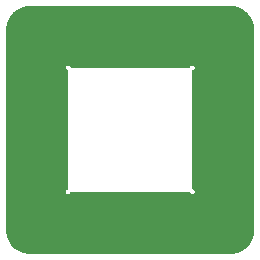
<source format=gbr>
G04 ===== Begin FILE IDENTIFICATION =====*
G04 File Format:  Gerber RS274X*
G04 ===== End FILE IDENTIFICATION =====*
%FSLAX24Y24*%
%MOIN*%
%SFA1.0000B1.0000*%
%OFA0.0B0.0*%
%ADD10C,0.000984*%
%LNbottom*%
%IPPOS*%
%LPD*%
G75*
G36*
G01X0Y787D02*
G01X1Y752D01*
G01X3Y717D01*
G01X7Y682D01*
G01X13Y647D01*
G01X20Y612D01*
G01X28Y578D01*
G01X39Y544D01*
G01X50Y511D01*
G01X63Y478D01*
G01X78Y446D01*
G01X94Y414D01*
G01X111Y384D01*
G01X130Y354D01*
G01X150Y325D01*
G01X172Y296D01*
G01X194Y269D01*
G01X218Y243D01*
G01X243Y218D01*
G01X269Y194D01*
G01X296Y172D01*
G01X325Y150D01*
G01X354Y130D01*
G01X384Y111D01*
G01X414Y94D01*
G01X446Y78D01*
G01X478Y63D01*
G01X511Y50D01*
G01X544Y39D01*
G01X578Y28D01*
G01X612Y20D01*
G01X647Y13D01*
G01X682Y7D01*
G01X717Y3D01*
G01X752Y1D01*
G01X787Y0D01*
G01X7480D01*
G01X7516Y1D01*
G01X7551Y3D01*
G01X7586Y7D01*
G01X7621Y13D01*
G01X7656Y20D01*
G01X7690Y28D01*
G01X7724Y39D01*
G01X7757Y50D01*
G01X7790Y63D01*
G01X7822Y78D01*
G01X7853Y94D01*
G01X7884Y111D01*
G01X7914Y130D01*
G01X7943Y150D01*
G01X7971Y172D01*
G01X7998Y194D01*
G01X8024Y218D01*
G01X8049Y243D01*
G01X8073Y269D01*
G01X8096Y296D01*
G01X8117Y325D01*
G01X8137Y354D01*
G01X8156Y384D01*
G01X8174Y414D01*
G01X8190Y446D01*
G01X8204Y478D01*
G01X8218Y511D01*
G01X8229Y544D01*
G01X8239Y578D01*
G01X8248Y612D01*
G01X8255Y647D01*
G01X8261Y682D01*
G01X8265Y717D01*
G01X8267Y752D01*
G01X8268Y787D01*
G01Y7480D01*
G01X8267Y7516D01*
G01X8265Y7551D01*
G01X8261Y7586D01*
G01X8255Y7621D01*
G01X8248Y7656D01*
G01X8239Y7690D01*
G01X8229Y7724D01*
G01X8218Y7757D01*
G01X8204Y7790D01*
G01X8190Y7822D01*
G01X8174Y7853D01*
G01X8156Y7884D01*
G01X8137Y7914D01*
G01X8117Y7943D01*
G01X8096Y7971D01*
G01X8073Y7998D01*
G01X8049Y8024D01*
G01X8024Y8049D01*
G01X7998Y8073D01*
G01X7971Y8096D01*
G01X7943Y8117D01*
G01X7914Y8137D01*
G01X7884Y8156D01*
G01X7853Y8174D01*
G01X7822Y8190D01*
G01X7790Y8204D01*
G01X7757Y8218D01*
G01X7724Y8229D01*
G01X7690Y8239D01*
G01X7656Y8248D01*
G01X7621Y8255D01*
G01X7586Y8261D01*
G01X7551Y8265D01*
G01X7516Y8267D01*
G01X7480Y8268D01*
G01X2063D01*
G01Y6279D01*
G01X2074D01*
G01X2084Y6278D01*
G01X2095Y6274D01*
G01X2104Y6270D01*
G01X2113Y6264D01*
G01X2121Y6258D01*
G01X2129Y6250D01*
G01X2135Y6241D01*
G01X2139Y6232D01*
G01X2143Y6222D01*
G01X2145Y6211D01*
G01X2146Y6201D01*
G01X6122D01*
G01X6123Y6211D01*
G01X6125Y6222D01*
G01X6128Y6232D01*
G01X6133Y6241D01*
G01X6139Y6250D01*
G01X6146Y6258D01*
G01X6154Y6264D01*
G01X6163Y6270D01*
G01X6173Y6274D01*
G01X6183Y6278D01*
G01X6194Y6279D01*
G01X6204D01*
G01X6215Y6278D01*
G01X6225Y6276D01*
G01X6235Y6272D01*
G01X6244Y6266D01*
G01X6253Y6260D01*
G01X6260Y6253D01*
G01X6266Y6244D01*
G01X6272Y6235D01*
G01X6276Y6225D01*
G01X6278Y6215D01*
G01X6279Y6204D01*
G01Y6194D01*
G01X6278Y6183D01*
G01X6274Y6173D01*
G01X6270Y6163D01*
G01X6264Y6154D01*
G01X6258Y6146D01*
G01X6250Y6139D01*
G01X6241Y6133D01*
G01X6232Y6128D01*
G01X6222Y6125D01*
G01X6211Y6123D01*
G01X6201Y6122D01*
G01Y2146D01*
G01X6211Y2145D01*
G01X6222Y2143D01*
G01X6232Y2139D01*
G01X6241Y2135D01*
G01X6250Y2129D01*
G01X6258Y2121D01*
G01X6264Y2113D01*
G01X6270Y2104D01*
G01X6274Y2095D01*
G01X6278Y2084D01*
G01X6279Y2074D01*
G01Y2063D01*
G01X6278Y2053D01*
G01X6276Y2043D01*
G01X6272Y2033D01*
G01X6266Y2024D01*
G01X6260Y2015D01*
G01X6253Y2008D01*
G01X6244Y2001D01*
G01X6235Y1996D01*
G01X6225Y1992D01*
G01X6215Y1989D01*
G01X6204Y1988D01*
G01X6194Y1989D01*
G01X6183Y1990D01*
G01X6173Y1993D01*
G01X6163Y1998D01*
G01X6154Y2003D01*
G01X6146Y2010D01*
G01X6139Y2018D01*
G01X6133Y2027D01*
G01X6128Y2036D01*
G01X6125Y2046D01*
G01X6123Y2056D01*
G01X6122Y2067D01*
G01X2146D01*
G01X2145Y2056D01*
G01X2143Y2046D01*
G01X2139Y2036D01*
G01X2135Y2027D01*
G01X2129Y2018D01*
G01X2121Y2010D01*
G01X2113Y2003D01*
G01X2104Y1998D01*
G01X2095Y1993D01*
G01X2084Y1990D01*
G01X2074Y1989D01*
G01X2063Y1988D01*
G01X2053Y1989D01*
G01X2043Y1992D01*
G01X2033Y1996D01*
G01X2024Y2001D01*
G01X2015Y2008D01*
G01X2008Y2015D01*
G01X2001Y2024D01*
G01X1996Y2033D01*
G01X1992Y2043D01*
G01X1989Y2053D01*
G01X1988Y2063D01*
G01X1989Y2074D01*
G01X1990Y2084D01*
G01X1993Y2095D01*
G01X1998Y2104D01*
G01X2003Y2113D01*
G01X2010Y2121D01*
G01X2018Y2129D01*
G01X2027Y2135D01*
G01X2036Y2139D01*
G01X2046Y2143D01*
G01X2056Y2145D01*
G01X2067Y2146D01*
G01Y6122D01*
G01X2056Y6123D01*
G01X2046Y6125D01*
G01X2036Y6128D01*
G01X2027Y6133D01*
G01X2018Y6139D01*
G01X2010Y6146D01*
G01X2003Y6154D01*
G01X1998Y6163D01*
G01X1993Y6173D01*
G01X1990Y6183D01*
G01X1989Y6194D01*
G01X1988Y6204D01*
G01X1989Y6215D01*
G01X1992Y6225D01*
G01X1996Y6235D01*
G01X2001Y6244D01*
G01X2008Y6253D01*
G01X2015Y6260D01*
G01X2024Y6266D01*
G01X2033Y6272D01*
G01X2043Y6276D01*
G01X2053Y6278D01*
G01X2063Y6279D01*
G01Y8268D01*
G01X787D01*
G01X752Y8267D01*
G01X717Y8265D01*
G01X682Y8261D01*
G01X647Y8255D01*
G01X612Y8248D01*
G01X578Y8239D01*
G01X544Y8229D01*
G01X511Y8218D01*
G01X478Y8204D01*
G01X446Y8190D01*
G01X414Y8174D01*
G01X384Y8156D01*
G01X354Y8137D01*
G01X325Y8117D01*
G01X296Y8096D01*
G01X269Y8073D01*
G01X243Y8049D01*
G01X218Y8024D01*
G01X194Y7998D01*
G01X172Y7971D01*
G01X150Y7943D01*
G01X130Y7914D01*
G01X111Y7884D01*
G01X94Y7853D01*
G01X78Y7822D01*
G01X63Y7790D01*
G01X50Y7757D01*
G01X39Y7724D01*
G01X28Y7690D01*
G01X20Y7656D01*
G01X13Y7621D01*
G01X7Y7586D01*
G01X3Y7551D01*
G01X1Y7516D01*
G01X0Y7480D01*
G01Y787D01*
G37*
M02*


</source>
